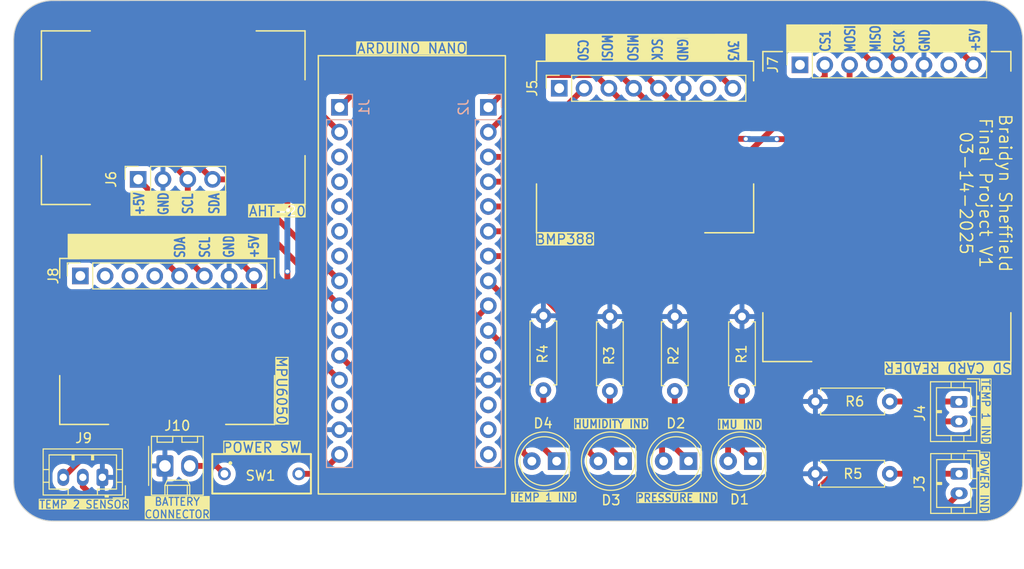
<source format=kicad_pcb>
(kicad_pcb (version 20240108) (generator "pcbnew") (generator_version "8.0")
  (title_block (date "sam. 04 avril 2015"))
  (layers (0 "F.Cu" signal) (31 "B.Cu" signal) (34 "B.Paste" user) (35 "F.Paste" user) (36 "B.SilkS" user "B.Silkscreen") (37 "F.SilkS" user "F.Silkscreen") (38 "B.Mask" user) (39 "F.Mask" user) (44 "Edge.Cuts" user))
  (net 0 "")
  (net 1 "GND")
  (net 2 "/IMU_LED")
  (net 3 "Net-(D1-K)")
  (net 4 "/PRESSURE_LED")
  (net 5 "Net-(D2-K)")
  (net 6 "Net-(D3-K)")
  (net 7 "/HUMIDITY_LED")
  (net 8 "/EXTERNAL_TEMP_LED")
  (net 9 "Net-(D4-K)")
  (net 10 "+5V")
  (net 12 "/SCK")
  (net 13 "/EXTERNAL_TEMP")
  (net 15 "/SDA")
  (net 16 "/VIN")
  (net 17 "/SCL")
  (net 18 "+3V3")
  (net 24 "/INTERNAL_TEMP_LED")
  (net 26 "/CS0")
  (net 28 "/CS1")
  (net 29 "/POWER_LED")
  (net 31 "/MOSI")
  (net 33 "/MISO")
  (net 34 "Net-(J3-Pin_1)")
  (net 35 "Net-(J4-Pin_1)")
  (net 44 "Net-(J10-Pin_2)")
  (footprint "LED_THT:LED_D5.0mm" (layer "F.Cu") (at 178.28 98.2 180)
    (property "Reference" "D3" (at 1.23 -4 0) (layer "F.SilkS"))
    (property "Value" "BLUE")
    (pad "1" thru_hole rect (at 0 0 180) (size 1.8 1.8) (drill 0.9) (layers "*.Cu" "*.Mask") (net 6 "Net-(D3-K)"))
    (pad "2" thru_hole circle (at 2.54 0 180) (size 1.8 1.8) (drill 0.9) (layers "*.Cu" "*.Mask") (net 7 "/HUMIDITY_LED"))
  )
  (footprint "Connector_JST:JST_PH_B3B-PH-K_1x03_P2.00mm_Vertical" (layer "F.Cu") (at 124.95 99.86 180)
    (property "Reference" "J9" (at 1.92 4.02 0) (layer "F.SilkS"))
    (property "Value" "EXTERNAL_TEMP_CONN")
    (pad "1" thru_hole roundrect (at 0 0 180) (size 1.2 1.75) (drill 0.75) (layers "*.Cu" "*.Mask") (roundrect_rratio 0.208333) (net 1 "GND"))
    (pad "2" thru_hole oval (at 2 0 180) (size 1.2 1.75) (drill 0.75) (layers "*.Cu" "*.Mask") (net 13 "/EXTERNAL_TEMP"))
    (pad "3" thru_hole oval (at 4 0 180) (size 1.2 1.75) (drill 0.75) (layers "*.Cu" "*.Mask") (net 10 "+5V"))
  )
  (footprint "Resistor_THT:R_Axial_DIN0207_L6.3mm_D2.5mm_P7.62mm_Horizontal" (layer "F.Cu") (at 205.6 99.49 180)
    (property "Reference" "R5" (at 3.77 -0.01 0) (layer "F.SilkS"))
    (property "Value" "330")
    (pad "1" thru_hole circle (at 0 0 180) (size 1.6 1.6) (drill 0.8) (layers "*.Cu" "*.Mask") (net 34 "Net-(J3-Pin_1)"))
    (pad "2" thru_hole oval (at 7.62 0 180) (size 1.6 1.6) (drill 0.8) (layers "*.Cu" "*.Mask") (net 1 "GND"))
  )
  (footprint "Resistor_THT:R_Axial_DIN0207_L6.3mm_D2.5mm_P7.62mm_Horizontal" (layer "F.Cu") (at 170.12 90.93 90)
    (property "Reference" "R4" (at 3.71 -0.08 90) (layer "F.SilkS"))
    (property "Value" "330")
    (pad "1" thru_hole circle (at 0 0 90) (size 1.6 1.6) (drill 0.8) (layers "*.Cu" "*.Mask") (net 9 "Net-(D4-K)"))
    (pad "2" thru_hole oval (at 7.62 0 90) (size 1.6 1.6) (drill 0.8) (layers "*.Cu" "*.Mask") (net 1 "GND"))
  )
  (footprint "Connector_PinSocket_2.54mm:PinSocket_1x04_P2.54mm_Vertical" (layer "F.Cu") (at 128.62 69.34 90)
    (property "Reference" "J6" (at 0 -2.77 90) (layer "F.SilkS"))
    (property "Value" "TEMP_HUMIDITY_CONN")
    (pad "1" thru_hole rect (at 0 0 90) (size 1.7 1.7) (drill 1) (layers "*.Cu" "*.Mask") (net 10 "+5V"))
    (pad "2" thru_hole oval (at 0 2.54 90) (size 1.7 1.7) (drill 1) (layers "*.Cu" "*.Mask") (net 1 "GND"))
    (pad "3" thru_hole oval (at 0 5.08 90) (size 1.7 1.7) (drill 1) (layers "*.Cu" "*.Mask") (net 17 "/SCL"))
    (pad "4" thru_hole oval (at 0 7.62 90) (size 1.7 1.7) (drill 1) (layers "*.Cu" "*.Mask") (net 15 "/SDA"))
  )
  (footprint "Connector_Molex:Molex_KK-254_AE-6410-02A_1x02_P2.54mm_Vertical" (layer "F.Cu") (at 131.36 98.69)
    (property "Reference" "J10" (at 1.27 -4.12 0) (layer "F.SilkS"))
    (property "Value" "BATT_CONN")
    (pad "1" thru_hole roundrect (at 0 0) (size 1.74 2.19) (drill 1.19) (layers "*.Cu" "*.Mask") (roundrect_rratio 0.143678) (net 1 "GND"))
    (pad "2" thru_hole oval (at 2.54 0) (size 1.74 2.19) (drill 1.19) (layers "*.Cu" "*.Mask") (net 44 "Net-(J10-Pin_2)"))
  )
  (footprint "Connector_PinSocket_2.54mm:PinSocket_1x08_P2.54mm_Vertical" (layer "F.Cu") (at 171.745 60.01 90)
    (property "Reference" "J5" (at 0 -2.77 90) (layer "F.SilkS"))
    (property "Value" "ALT_PRESSURE_CONN")
    (pad "1" thru_hole rect (at 0 0 90) (size 1.7 1.7) (drill 1) (layers "*.Cu" "*.Mask"))
    (pad "2" thru_hole oval (at 0 2.54 90) (size 1.7 1.7) (drill 1) (layers "*.Cu" "*.Mask") (net 26 "/CS0"))
    (pad "3" thru_hole oval (at 0 5.08 90) (size 1.7 1.7) (drill 1) (layers "*.Cu" "*.Mask") (net 31 "/MOSI"))
    (pad "4" thru_hole oval (at 0 7.62 90) (size 1.7 1.7) (drill 1) (layers "*.Cu" "*.Mask") (net 33 "/MISO"))
    (pad "5" thru_hole oval (at 0 10.16 90) (size 1.7 1.7) (drill 1) (layers "*.Cu" "*.Mask") (net 12 "/SCK"))
    (pad "6" thru_hole oval (at 0 12.7 90) (size 1.7 1.7) (drill 1) (layers "*.Cu" "*.Mask") (net 1 "GND"))
    (pad "7" thru_hole oval (at 0 15.24 90) (size 1.7 1.7) (drill 1) (layers "*.Cu" "*.Mask"))
    (pad "8" thru_hole oval (at 0 17.78 90) (size 1.7 1.7) (drill 1) (layers "*.Cu" "*.Mask") (net 18 "+3V3"))
  )
  (footprint "LED_THT:LED_D5.0mm" (layer "F.Cu") (at 191.58 98.2 180)
    (property "Reference" "D1" (at 1.37 -3.92 0) (layer "F.SilkS"))
    (property "Value" "RED")
    (pad "1" thru_hole rect (at 0 0 180) (size 1.8 1.8) (drill 0.9) (layers "*.Cu" "*.Mask") (net 3 "Net-(D1-K)"))
    (pad "2" thru_hole circle (at 2.54 0 180) (size 1.8 1.8) (drill 0.9) (layers "*.Cu" "*.Mask") (net 2 "/IMU_LED"))
  )
  (footprint "Connector_PinSocket_2.54mm:PinSocket_1x08_P2.54mm_Vertical" (layer "F.Cu") (at 122.695 79.23 90)
    (property "Reference" "J8" (at 0 -2.77 90) (layer "F.SilkS"))
    (property "Value" "IMU_CONN")
    (pad "1" thru_hole rect (at 0 0 90) (size 1.7 1.7) (drill 1) (layers "*.Cu" "*.Mask"))
    (pad "2" thru_hole oval (at 0 2.54 90) (size 1.7 1.7) (drill 1) (layers "*.Cu" "*.Mask"))
    (pad "3" thru_hole oval (at 0 5.08 90) (size 1.7 1.7) (drill 1) (layers "*.Cu" "*.Mask"))
    (pad "4" thru_hole oval (at 0 7.62 90) (size 1.7 1.7) (drill 1) (layers "*.Cu" "*.Mask"))
    (pad "5" thru_hole oval (at 0 10.16 90) (size 1.7 1.7) (drill 1) (layers "*.Cu" "*.Mask") (net 15 "/SDA"))
    (pad "6" thru_hole oval (at 0 12.7 90) (size 1.7 1.7) (drill 1) (layers "*.Cu" "*.Mask") (net 17 "/SCL"))
    (pad "7" thru_hole oval (at 0 15.24 90) (size 1.7 1.7) (drill 1) (layers "*.Cu" "*.Mask") (net 1 "GND"))
    (pad "8" thru_hole oval (at 0 17.78 90) (size 1.7 1.7) (drill 1) (layers "*.Cu" "*.Mask") (net 10 "+5V"))
  )
  (footprint "Resistor_THT:R_Axial_DIN0207_L6.3mm_D2.5mm_P7.62mm_Horizontal" (layer "F.Cu") (at 183.58 91.01 90)
    (property "Reference" "R2" (at 3.61 -0.14 90) (layer "F.SilkS"))
    (property "Value" "330")
    (pad "1" thru_hole circle (at 0 0 90) (size 1.6 1.6) (drill 0.8) (layers "*.Cu" "*.Mask") (net 5 "Net-(D2-K)"))
    (pad "2" thru_hole oval (at 7.62 0 90) (size 1.6 1.6) (drill 0.8) (layers "*.Cu" "*.Mask") (net 1 "GND"))
  )
  (footprint "Connector_JST:JST_PH_B2B-PH-K_1x02_P2.00mm_Vertical" (layer "F.Cu") (at 212.68 92.13 -90)
    (property "Reference" "J4" (at 1.16 3.99 90) (layer "F.SilkS"))
    (property "Value" "BLUE_LED_CONN")
    (pad "1" thru_hole roundrect (at 0 0 270) (size 1.2 1.75) (drill 0.75) (layers "*.Cu" "*.Mask") (roundrect_rratio 0.208333) (net 35 "Net-(J4-Pin_1)"))
    (pad "2" thru_hole oval (at 2 0 270) (size 1.2 1.75) (drill 0.75) (layers "*.Cu" "*.Mask") (net 24 "/INTERNAL_TEMP_LED"))
  )
  (footprint "Resistor_THT:R_Axial_DIN0207_L6.3mm_D2.5mm_P7.62mm_Horizontal" (layer "F.Cu") (at 205.6 92.09 180)
    (property "Reference" "R6" (at 3.59 0 0) (layer "F.SilkS"))
    (property "Value" "330")
    (pad "1" thru_hole circle (at 0 0 180) (size 1.6 1.6) (drill 0.8) (layers "*.Cu" "*.Mask") (net 35 "Net-(J4-Pin_1)"))
    (pad "2" thru_hole oval (at 7.62 0 180) (size 1.6 1.6) (drill 0.8) (layers "*.Cu" "*.Mask") (net 1 "GND"))
  )
  (footprint "Resistor_THT:R_Axial_DIN0207_L6.3mm_D2.5mm_P7.62mm_Horizontal" (layer "F.Cu") (at 190.46 91.01 90)
    (property "Reference" "R1" (at 3.77 -0.05 90) (layer "F.SilkS"))
    (property "Value" "330")
    (pad "1" thru_hole circle (at 0 0 90) (size 1.6 1.6) (drill 0.8) (layers "*.Cu" "*.Mask") (net 3 "Net-(D1-K)"))
    (pad "2" thru_hole oval (at 7.62 0 90) (size 1.6 1.6) (drill 0.8) (layers "*.Cu" "*.Mask") (net 1 "GND"))
  )
  (footprint "LED_THT:LED_D5.0mm" (layer "F.Cu") (at 184.98 98.2 180)
    (property "Reference" "D2" (at 1.29 3.87 0) (layer "F.SilkS"))
    (property "Value" "YELLOW")
    (pad "1" thru_hole rect (at 0 0 180) (size 1.8 1.8) (drill 0.9) (layers "*.Cu" "*.Mask") (net 5 "Net-(D2-K)"))
    (pad "2" thru_hole circle (at 2.54 0 180) (size 1.8 1.8) (drill 0.9) (layers "*.Cu" "*.Mask") (net 4 "/PRESSURE_LED"))
  )
  (footprint "Connector_JST:JST_PH_B2B-PH-K_1x02_P2.00mm_Vertical" (layer "F.Cu") (at 212.7 99.49 -90)
    (property "Reference" "J3" (at 1.02 4.06 90) (layer "F.SilkS"))
    (property "Value" "BLUE_LED_CONN")
    (pad "1" thru_hole roundrect (at 0 0 270) (size 1.2 1.75) (drill 0.75) (layers "*.Cu" "*.Mask") (roundrect_rratio 0.208333) (net 34 "Net-(J3-Pin_1)"))
    (pad "2" thru_hole oval (at 2 0 270) (size 1.2 1.75) (drill 0.75) (layers "*.Cu" "*.Mask") (net 29 "/POWER_LED"))
  )
  (footprint "Connector_PinSocket_2.54mm:PinSocket_1x08_P2.54mm_Vertical" (layer "F.Cu") (at 196.4 57.61 90)
    (property "Reference" "J7" (at 0 -2.77 90) (layer "F.SilkS"))
    (property "Value" "SD_CARD_CONN")
    (pad "1" thru_hole rect (at 0 0 90) (size 1.7 1.7) (drill 1) (layers "*.Cu" "*.Mask"))
    (pad "2" thru_hole oval (at 0 2.54 90) (size 1.7 1.7) (drill 1) (layers "*.Cu" "*.Mask") (net 28 "/CS1"))
    (pad "3" thru_hole oval (at 0 5.08 90) (size 1.7 1.7) (drill 1) (layers "*.Cu" "*.Mask") (net 31 "/MOSI"))
    (pad "4" thru_hole oval (at 0 7.62 90) (size 1.7 1.7) (drill 1) (layers "*.Cu" "*.Mask") (net 33 "/MISO"))
    (pad "5" thru_hole oval (at 0 10.16 90) (size 1.7 1.7) (drill 1) (layers "*.Cu" "*.Mask") (net 12 "/SCK"))
    (pad "6" thru_hole oval (at 0 12.7 90) (size 1.7 1.7) (drill 1) (layers "*.Cu" "*.Mask") (net 1 "GND"))
    (pad "7" thru_hole oval (at 0 15.24 90) (size 1.7 1.7) (drill 1) (layers "*.Cu" "*.Mask"))
    (pad "8" thru_hole oval (at 0 17.78 90) (size 1.7 1.7) (drill 1) (layers "*.Cu" "*.Mask") (net 10 "+5V"))
  )
  (footprint "Custom:Toggle_SW" (layer "F.Cu") (at 141.26 99.5 -90)
    (property "Reference" "SW1" (at 0.19 0.11 0) (layer "F.SilkS"))
    (property "Value" "BATT_SW")
    (pad "1" thru_hole circle (at 0 3.81 270) (size 1.308 1.308) (drill 0.8) (layers "*.Cu" "*.Mask") (net 44 "Net-(J10-Pin_2)"))
    (pad "2" thru_hole circle (at 0 -3.81 270) (size 1.308 1.308) (drill 0.8) (layers "*.Cu" "*.Mask") (net 16 "/VIN"))
  )
  (footprint "Resistor_THT:R_Axial_DIN0207_L6.3mm_D2.5mm_P7.62mm_Horizontal" (layer "F.Cu") (at 176.93 91.01 90)
    (property "Reference" "R3" (at 3.61 -0.08 90) (layer "F.SilkS"))
    (property "Value" "330")
    (pad "1" thru_hole circle (at 0 0 90) (size 1.6 1.6) (drill 0.8) (layers "*.Cu" "*.Mask") (net 6 "Net-(D3-K)"))
    (pad "2" thru_hole oval (at 7.62 0 90) (size 1.6 1.6) (drill 0.8) (layers "*.Cu" "*.Mask") (net 1 "GND"))
  )
  (footprint "LED_THT:LED_D5.0mm" (layer "F.Cu") (at 171.48 98.2 180)
    (property "Reference" "D4" (at 1.39 3.87 0) (layer "F.SilkS"))
    (property "Value" "GREEN")
    (pad "1" thru_hole rect (at 0 0 180) (size 1.8 1.8) (drill 0.9) (layers "*.Cu" "*.Mask") (net 9 "Net-(D4-K)"))
    (pad "2" thru_hole circle (at 2.54 0 180) (size 1.8 1.8) (drill 0.9) (layers "*.Cu" "*.Mask") (net 8 "/EXTERNAL_TEMP_LED"))
  )
  (footprint "Connector_PinHeader_2.54mm:PinHeader_1x15_P2.54mm_Vertical" (layer "B.Cu") (at 149.24 61.96 180)
    (property "Reference" "J1" (at -2.54 0 90) (layer "B.SilkS") (effects (justify mirror)))
    (property "Value" "Analog")
    (pad "1" thru_hole rect (at 0 0 180) (size 1.7 1.7) (drill 1) (layers "*.Cu" "*.Mask") (net 12 "/SCK"))
    (pad "2" thru_hole oval (at 0 -2.54 180) (size 1.7 1.7) (drill 1) (layers "*.Cu" "*.Mask") (net 18 "+3V3"))
    (pad "3" thru_hole oval (at 0 -5.08 180) (size 1.7 1.7) (drill 1) (layers "*.Cu" "*.Mask"))
    (pad "4" thru_hole oval (at 0 -7.62 180) (size 1.7 1.7) (drill 1) (layers "*.Cu" "*.Mask"))
    (pad "5" thru_hole oval (at 0 -10.16 180) (size 1.7 1.7) (drill 1) (layers "*.Cu" "*.Mask"))
    (pad "6" thru_hole oval (at 0 -12.7 180) (size 1.7 1.7) (drill 1) (layers "*.Cu" "*.Mask"))
    (pad "7" thru_hole oval (at 0 -15.24 180) (size 1.7 1.7) (drill 1) (layers "*.Cu" "*.Mask"))
    (pad "8" thru_hole oval (at 0 -17.78 180) (size 1.7 1.7) (drill 1) (layers "*.Cu" "*.Mask") (net 15 "/SDA"))
    (pad "9" thru_hole oval (at 0 -20.32 180) (size 1.7 1.7) (drill 1) (layers "*.Cu" "*.Mask") (net 17 "/SCL"))
    (pad "10" thru_hole oval (at 0 -22.86 180) (size 1.7 1.7) (drill 1) (layers "*.Cu" "*.Mask"))
    (pad "11" thru_hole oval (at 0 -25.4 180) (size 1.7 1.7) (drill 1) (layers "*.Cu" "*.Mask") (net 13 "/EXTERNAL_TEMP"))
    (pad "12" thru_hole oval (at 0 -27.94 180) (size 1.7 1.7) (drill 1) (layers "*.Cu" "*.Mask") (net 10 "+5V"))
    (pad "13" thru_hole oval (at 0 -30.48 180) (size 1.7 1.7) (drill 1) (layers "*.Cu" "*.Mask"))
    (pad "14" thru_hole oval (at 0 -33.02 180) (size 1.7 1.7) (drill 1) (layers "*.Cu" "*.Mask") (net 1 "GND"))
    (pad "15" thru_hole oval (at 0 -35.56 180) (size 1.7 1.7) (drill 1) (layers "*.Cu" "*.Mask") (net 16 "/VIN"))
  )
  (footprint "Connector_PinHeader_2.54mm:PinHeader_1x15_P2.54mm_Vertical" (layer "B.Cu") (at 164.48 61.96 180)
    (property "Reference" "J2" (at 2.54 0 90) (layer "B.SilkS") (effects (justify mirror)))
    (property "Value" "Digital")
    (pad "1" thru_hole rect (at 0 0 180) (size 1.7 1.7) (drill 1) (layers "*.Cu" "*.Mask") (net 33 "/MISO"))
    (pad "2" thru_hole oval (at 0 -2.54 180) (size 1.7 1.7) (drill 1) (layers "*.Cu" "*.Mask") (net 31 "/MOSI"))
    (pad "3" thru_hole oval (at 0 -5.08 180) (size 1.7 1.7) (drill 1) (layers "*.Cu" "*.Mask") (net 26 "/CS0"))
    (pad "4" thru_hole oval (at 0 -7.62 180) (size 1.7 1.7) (drill 1) (layers "*.Cu" "*.Mask") (net 28 "/CS1"))
    (pad "5" thru_hole oval (at 0 -10.16 180) (size 1.7 1.7) (drill 1) (layers "*.Cu" "*.Mask") (net 2 "/IMU_LED"))
    (pad "6" thru_hole oval (at 0 -12.7 180) (size 1.7 1.7) (drill 1) (layers "*.Cu" "*.Mask") (net 4 "/PRESSURE_LED"))
    (pad "7" thru_hole oval (at 0 -15.24 180) (size 1.7 1.7) (drill 1) (layers "*.Cu" "*.Mask") (net 7 "/HUMIDITY_LED"))
    (pad "8" thru_hole oval (at 0 -17.78 180) (size 1.7 1.7) (drill 1) (layers "*.Cu" "*.Mask") (net 8 "/EXTERNAL_TEMP_LED"))
    (pad "9" thru_hole oval (at 0 -20.32 180) (size 1.7 1.7) (drill 1) (layers "*.Cu" "*.Mask") (net 29 "/POWER_LED"))
    (pad "10" thru_hole oval (at 0 -22.86 180) (size 1.7 1.7) (drill 1) (layers "*.Cu" "*.Mask") (net 24 "/INTERNAL_TEMP_LED"))
    (pad "11" thru_hole oval (at 0 -25.4 180) (size 1.7 1.7) (drill 1) (layers "*.Cu" "*.Mask"))
    (pad "12" thru_hole oval (at 0 -27.94 180) (size 1.7 1.7) (drill 1) (layers "*.Cu" "*.Mask") (net 1 "GND"))
    (pad "13" thru_hole oval (at 0 -30.48 180) (size 1.7 1.7) (drill 1) (layers "*.Cu" "*.Mask"))
    (pad "14" thru_hole oval (at 0 -33.02 180) (size 1.7 1.7) (drill 1) (layers "*.Cu" "*.Mask"))
    (pad "15" thru_hole oval (at 0 -35.56 180) (size 1.7 1.7) (drill 1) (layers "*.Cu" "*.Mask"))
  )
  (gr_rect (start 131.8 72.9) (end 137.57 73) (stroke (width 0.15)) (fill none) (layer "F.SilkS"))
  (gr_rect (start 204.775 53.555) (end 209.815 53.955) (stroke (width 0.15)) (fill solid) (layer "F.SilkS"))
  (gr_rect (start 177.405 54.59) (end 178.565 57.14) (stroke (width 0.15)) (fill solid) (layer "F.SilkS"))
  (gr_line (start 118.71 54.135) (end 123.71 54.135) (stroke (width 0.15)) (layer "F.SilkS"))
  (gr_line (start 145.71 71.915) (end 145.71 66.915) (stroke (width 0.15)) (layer "F.SilkS"))
  (gr_rect (start 131.9 70.74) (end 132.9 72.78) (stroke (width 0.15)) (fill solid) (layer "F.SilkS"))
  (gr_rect (start 138.575 75.18) (end 139.785 77.37) (stroke (width 0.15)) (fill solid) (layer "F.SilkS"))
  (gr_rect (start 136.105 75.15) (end 137.165 77.32) (stroke (width 0.15)) (fill solid) (layer "F.SilkS"))
  (gr_rect (start 127.9 73) (end 129.4 73) (stroke (width 0.15)) (fill none) (layer "F.SilkS"))
  (gr_line (start 120.585 77.44) (end 122.585 77.44) (stroke (width 0.15)) (layer "F.SilkS"))
  (gr_line (start 118.71 54.135) (end 118.71 59.135) (stroke (width 0.15)) (layer "F.SilkS"))
  (gr_line (start 192.6 56.25) (end 192.6 58.25) (stroke (width 0.15)) (layer "F.SilkS"))
  (gr_rect (start 204.775 53.955) (end 205.855 56.235) (stroke (width 0.15)) (fill solid) (layer "F.SilkS"))
  (gr_rect (start 129.36 70.67) (end 130.41 72.9) (stroke (width 0.15)) (fill solid) (layer "F.SilkS"))
  (gr_line (start 173.505 54.52) (end 190.905 54.51) (stroke (width 0.15)) (layer "F.SilkS"))
  (gr_line (start 192.6 88) (end 192.6 83) (stroke (width 0.15)) (layer "F.SilkS"))
  (gr_line (start 169.415 74.81) (end 174.415 74.81) (stroke (width 0.15)) (layer "F.SilkS"))
  (gr_line (start 191.655 57.24) (end 189.655 57.24) (stroke (width 0.15)) (layer "F.SilkS"))
  (gr_rect (start 121.485 75.01) (end 132.135 77.44) (stroke (width 0.15)) (fill solid) (layer "F.SilkS"))
  (gr_rect (start 209.795 53.835) (end 213.585 56.215) (stroke (width 0.15)) (fill solid) (layer "F.SilkS"))
  (gr_rect (start 209.815 53.545) (end 215.51 53.55) (stroke (width 0.15)) (fill none) (layer "F.SilkS"))
  (gr_rect (start 205.785 53.545) (end 209.815 53.555) (stroke (width 0.15)) (fill none) (layer "F.SilkS"))
  (gr_line (start 120.585 77.44) (end 120.585 79.44) (stroke (width 0.15)) (layer "F.SilkS"))
  (gr_rect (start 129.4 73) (end 131.8 73) (stroke (width 0.15)) (fill none) (layer "F.SilkS"))
  (gr_rect (start 190.325 54.52) (end 190.905 57.22) (stroke (width 0.15)) (fill solid) (layer "F.SilkS"))
  (gr_line (start 145.71 54.135) (end 140.71 54.135) (stroke (width 0.15)) (layer "F.SilkS"))
  (gr_rect (start 199.645 53.545) (end 200.735 56.225) (stroke (width 0.15)) (fill solid) (layer "F.SilkS"))
  (gr_rect (start 173.595 54.6) (end 174.885 54.97) (stroke (width 0.15)) (fill solid) (layer "F.SilkS"))
  (gr_line (start 218 56.25) (end 218 58.25) (stroke (width 0.15)) (layer "F.SilkS"))
  (gr_line (start 142.585 77.44) (end 142.585 79.44) (stroke (width 0.15)) (layer "F.SilkS"))
  (gr_line (start 142.585 94.44) (end 137.585 94.44) (stroke (width 0.15)) (layer "F.SilkS"))
  (gr_line (start 192.6 88) (end 197.6 88) (stroke (width 0.15)) (layer "F.SilkS"))
  (gr_line (start 191.655 57.24) (end 191.655 59.24) (stroke (width 0.15)) (layer "F.SilkS"))
  (gr_rect (start 207.295 53.955) (end 208.385 56.165) (stroke (width 0.15)) (fill solid) (layer "F.SilkS"))
  (gr_rect (start 121.485 74.99) (end 141.795 77.44) (stroke (width 0.15)) (fill none) (layer "F.SilkS"))
  (gr_line (start 218 56.25) (end 216 56.25) (stroke (width 0.15)) (layer "F.SilkS"))
  (gr_line (start 191.655 74.81) (end 191.655 69.81) (stroke (width 0.15)) (layer "F.SilkS"))
  (gr_line (start 190.905 54.51) (end 190.905 57.22) (stroke (width 0.15)) (layer "F.SilkS"))
  (gr_rect (start 132.135 75.01) (end 139.805 75.1) (stroke (width 0.15)) (fill none) (layer "F.SilkS"))
  (gr_line (start 145.71 71.915) (end 140.71 71.915) (stroke (width 0.15)) (layer "F.SilkS"))
  (gr_rect (start 137.1 70.67) (end 137.57 72.9) (stroke (width 0.15)) (fill solid) (layer "F.SilkS"))
  (gr_rect (start 185.085 55.23) (end 188.885 57.1) (stroke (width 0.15)) (fill solid) (layer "F.SilkS"))
  (gr_rect (start 185.035 54.52) (end 190.325 55.12) (stroke (width 0.15)) (fill solid) (layer "F.SilkS"))
  (gr_rect (start 195.07 53.545) (end 198.255 56.28) (stroke (width 0.15)) (fill solid) (layer "F.SilkS"))
  (gr_rect (start 209.815 53.55) (end 215.51 53.815) (stroke (width 0.15)) (fill solid) (layer "F.SilkS"))
  (gr_line (start 142.585 77.44) (end 140.585 77.44) (stroke (width 0.15)) (layer "F.SilkS"))
  (gr_rect (start 200.735 53.545) (end 205.785 53.555) (stroke (width 0.15)) (fill none) (layer "F.SilkS"))
  (gr_rect (start 170.415 54.52) (end 173.505 57.24) (stroke (width 0.15)) (fill solid) (layer "F.SilkS"))
  (gr_line (start 118.71 71.915) (end 123.71 71.915) (stroke (width 0.15)) (layer "F.SilkS"))
  (gr_rect (start 127.9 70.6) (end 127.9 73) (stroke (width 0.15)) (fill none) (layer "F.SilkS"))
  (gr_rect (start 127.9 70.58) (end 130.29 70.6) (stroke (width 0.15)) (fill none) (layer "F.SilkS"))
  (gr_rect (start 198.335 53.545) (end 199.645 54.045) (stroke (width 0.15)) (fill solid) (layer "F.SilkS"))
  (gr_line (start 118.71 71.915) (end 118.71 66.915) (stroke (width 0.15)) (layer "F.SilkS"))
  (gr_line (start 142.585 94.44) (end 142.585 89.44) (stroke (width 0.15)) (layer "F.SilkS"))
  (gr_line (start 145.71 54.135) (end 145.71 59.135) (stroke (width 0.15)) (layer "F.SilkS"))
  (gr_rect (start 135.7 72.9) (end 137.1 72.9) (stroke (width 0.15)) (fill none) (layer "F.SilkS"))
  (gr_rect (start 141.125 75.07) (end 141.795 77.44) (stroke (width 0.15)) (fill solid) (layer "F.SilkS"))
  (gr_line (start 189.655 57.24) (end 171.415 57.24) (stroke (width 0.15)) (layer "F.SilkS"))
  (gr_rect (start 130.29 70.58) (end 137.57 70.67) (stroke (width 0.15)) (fill none) (layer "F.SilkS"))
  (gr_line (start 191.655 74.81) (end 186.655 74.81) (stroke (width 0.15)) (layer "F.SilkS"))
  (gr_rect (start 180.025 54.89) (end 181.065 57.1) (stroke (width 0.15)) (fill solid) (layer "F.SilkS"))
  (gr_line (start 218 88) (end 218 83) (stroke (width 0.15)) (layer "F.SilkS"))
  (gr_line (start 218 88) (end 213 88) (stroke (width 0.15)) (layer "F.SilkS"))
  (gr_line (start 169.415 74.81) (end 169.415 69.81) (stroke (width 0.15)) (layer "F.SilkS"))
  (gr_line (start 192.6 56.25) (end 194.6 56.25) (stroke (width 0.15)) (layer "F.SilkS"))
  (gr_rect (start 179.965 54.54) (end 185.035 54.82) (stroke (width 0.15)) (fill solid) (layer "F.SilkS"))
  (gr_rect (start 174.885 54.6) (end 176.015 57.1) (stroke (width 0.15)) (fill solid) (layer "F.SilkS"))
  (gr_line (start 169.415 57.24) (end 171.415 57.24) (stroke (width 0.15)) (layer "F.SilkS"))
  (gr_rect (start 202.195 53.625) (end 203.345 56.215) (stroke (width 0.15)) (fill solid) (layer "F.SilkS"))
  (gr_rect (start 182.525 54.88) (end 183.695 57.12) (stroke (width 0.15)) (fill solid) (layer "F.SilkS"))
  (gr_rect (start 133.555 75.18) (end 134.655 77.38) (stroke (width 0.15)) (fill solid) (layer "F.SilkS"))
  (gr_line (start 120.585 94.44) (end 120.585 89.44) (stroke (width 0.15)) (layer "F.SilkS"))
  (gr_rect (start 134.4 70.7) (end 135.7 72.9) (stroke (width 0.15)) (fill solid) (layer "F.SilkS"))
  (gr_rect (start 215.025 53.815) (end 215.5 56.23) (stroke (width 0.15)) (fill solid) (layer "F.SilkS"))
  (gr_line (start 169.415 57.24) (end 169.415 59.24) (stroke (width 0.15)) (layer "F.SilkS"))
  (gr_rect (start 147.07 56.67) (end 166.23 101.56) (stroke (width 0.15)) (fill none) (layer "F.SilkS"))
  (gr_line (start 120.585 94.44) (end 125.585 94.44) (stroke (width 0.15)) (layer "F.SilkS"))
  (gr_arc (start 119.86 104.34) (mid 117.031573 103.168427) (end 115.86 100.34) (stroke (width 0.1)) (layer "Edge.Cuts"))
  (gr_line (start 219.21 55.02) (end 219.21 100.34) (stroke (width 0.1)) (layer "Edge.Cuts"))
  (gr_arc (start 115.86 55.02) (mid 117.031573 52.191573) (end 119.86 51.02) (stroke (width 0.1)) (layer "Edge.Cuts"))
  (gr_arc (start 219.21 100.34) (mid 218.038427 103.168427) (end 215.21 104.34) (stroke (width 0.1)) (layer "Edge.Cuts"))
  (gr_arc (start 215.21 51.02) (mid 218.038427 52.191573) (end 219.21 55.02) (stroke (width 0.1)) (layer "Edge.Cuts"))
  (gr_line (start 215.21 104.34) (end 119.86 104.34) (stroke (width 0.1)) (layer "Edge.Cuts"))
  (gr_line (start 115.86 100.34) (end 115.86 55.02) (stroke (width 0.1)) (layer "Edge.Cuts"))
  (gr_line (start 119.86 51.02) (end 215.21 51.02) (stroke (width 0.1)) (layer "Edge.Cuts"))
  (gr_text "Braidyn Sheffield\nFinal Project V1\n03-14-2025" (at 212.67 70.74 270) (layer "F.SilkS") (effects (font (size 1.25 1.25)) (justify bottom)))
  (gr_text "IMU IND" (at 187.89 94.93 0) (layer "F.SilkS" knockout) (effects (font (size 0.8 0.75)) (justify left bottom)))
  (gr_text "MPU6050\n" (at 142.72 87.37 -90) (layer "F.SilkS" knockout) (effects (font (size 1 1)) (justify left bottom)))
  (gr_text "SD CARD READER" (at 218.16 88.05 180) (layer "F.SilkS" knockout) (effects (font (size 1 1)) (justify left bottom)))
  (gr_text "+5V" (at 129.3 73.1 90) (layer "F.SilkS" knockout) (effects (font (size 1 0.75) (thickness 0.1875) (bold yes)) (justify left bottom)))
  (gr_text "SCL" (at 136.035 77.46 90) (layer "F.SilkS" knockout) (effects (font (size 1 0.75) (thickness 0.1875) (bold yes)) (justify left bottom)))
  (gr_text "3V3" (at 188.955 55.01 -90) (layer "F.SilkS" knockout) (effects (font (size 1 0.75) (thickness 0.1875) (bold yes)) (justify left bottom)))
  (gr_text "PRESSURE IND" (at 179.54 102.44 0) (layer "F.SilkS" knockout) (effects (font (size 0.8 0.75)) (justify left bottom)))
  (gr_text "TEMP 1 IND" (at 166.8 102.38 0) (layer "F.SilkS" knockout) (effects (font (size 0.8 0.75) (thickness 0.125)) (justify left bottom)))
  (gr_text "+5V" (at 141.045 77.5 90) (layer "F.SilkS" knockout) (effects (font (size 1 0.75) (thickness 0.1875) (bold yes)) (justify left bottom)))
  (gr_text "BATTERY\nCONNECTOR" (at 132.62 104.11 0) (layer "F.SilkS" knockout) (effects (font (size 0.8 0.75) (thickness 0.125)) (justify bottom)))
  (gr_text "GND" (at 131.8 73.1 90) (layer "F.SilkS" knockout) (effects (font (size 1 0.75) (thickness 0.1875) (bold yes)) (justify left bottom)))
  (gr_text "TEMP 1 IND" (at 214.96 89.72 270) (layer "F.SilkS" knockout) (effects (font (size 0.8 0.75) (thickness 0.125)) (justify left bottom)))
  (gr_text "MOSI" (at 202.125 56.395 90) (layer "F.SilkS" knockout) (effects (font (size 1 0.75) (thickness 0.1875) (bold yes)) (justify left bottom)))
  (gr_text "TEMP 2 SENSOR" (at 118.43 103.11 0) (layer "F.SilkS" knockout) (effects (font (size 0.8 0.75) (thickness 0.125)) (justify left bottom)))
  (gr_text "CS1" (at 199.595 56.375 90) (layer "F.SilkS" knockout) (effects (font (size 1 0.75) (thickness 0.1875) (bold yes)) (justify left bottom)))
  (gr_text "HUMIDITY IND" (at 173.16 94.87 0) (layer "F.SilkS" knockout) (effects (font (size 0.8 0.75)) (justify left bottom)))
  (gr_text "CS0" (at 173.555 54.91 -90) (layer "F.SilkS" knockout) (effects (font (size 1 0.75) (thickness 0.1875) (bold yes)) (justify left bottom)))
  (gr_text "+5V" (at 214.905 56.355 90) (layer "F.SilkS" knockout) (effects (font (size 1 0.75) (thickness 0.1875) (bold yes)) (justify left bottom)))
  (gr_text "POWER SW" (at 137.18 97.41 0) (layer "F.SilkS" knockout) (effects (font (size 1 1)) (justify left bottom)))
  (gr_text "SCK" (at 181.145 54.82 -90) (layer "F.SilkS" knockout) (effects (font (size 1 0.75) (thickness 0.1875) (bold yes)) (justify left bottom)))
  (gr_text "POWER IND" (at 214.81 97.13 270) (layer "F.SilkS" knockout) (effects (font (size 0.8 0.75) (thickness 0.125)) (justify left bottom)))
  (gr_text "GND" (at 138.505 77.47 90) (layer "F.SilkS" knockout) (effects (font (size 1 0.75) (thickness 0.1875) (bold yes)) (justify left bottom)))
  (gr_text "MOSI" (at 176.035 54.41 -90) (layer "F.SilkS" knockout) (effects (font (size 1 0.75) (thickness 0.1875) (bold yes)) (justify left bottom)))
  (gr_text "SCL" (at 134.3 73 90) (layer "F.SilkS" knockout) (effects (font (size 1 0.75) (thickness 0.1875) (bold yes)) (justify left bottom)))
  (gr_text "MISO\n" (at 204.725 56.425 90) (layer "F.SilkS" knockout) (effects (font (size 1 0.75) (thickness 0.1875) (bold yes)) (justify left bottom)))
  (gr_text "ARDUINO NANO" (at 150.94 56.52 0) (layer "F.SilkS" knockout) (effects (font (size 1 1)) (justify left bottom)))
  (gr_text "GND" (at 209.755 56.395 90) (layer "F.SilkS" knockout) (effects (font (size 1 0.75) (thickness 0.1875) (bold yes)) (justify left bottom)))
  (gr_text "MISO\n" (at 178.655 54.38 -90) (layer "F.SilkS" knockout) (effects (font (size 1 0.75) (thickness 0.1875) (bold yes)) (justify left bottom)))
  (gr_text "SCK" (at 207.165 56.405 90) (layer "F.SilkS" knockout) (effects (font (size 1 0.75) (thickness 0.1875) (bold yes)) (justify left bottom)))
  (gr_text "SDA" (at 137 73 90) (layer "F.SilkS" knockout) (effects (font (size 1 0.75) (thickness 0.1875) (bold yes)) (justify left bottom)))
  (gr_text "SDA" (at 133.485 77.48 90) (layer "F.SilkS" knockout) (effects (font (size 1 0.75) (thickness 0.1875) (bold yes)) (justify left bottom)))
  (gr_text "BMP388" (at 169.22 76.06 0) (layer "F.SilkS" knockout) (effects (font (size 1 1)) (justify left bottom)))
  (gr_text "AHT-20\n" (at 139.87 73.19 0) (layer "F.SilkS" knockout) (effects (font (size 1 1)) (justify left bottom)))
  (gr_text "GND" (at 183.755 54.84 -90) (layer "F.SilkS" knockout) (effects (font (size 1 0.75) (thickness 0.1875) (bold yes)) (justify left bottom)))
  (segment (start 186.64 81.86) (end 176.9 72.12) (width 0.6) (layer "F.Cu") (net 2))
  (segment (start 176.9 72.12) (end 164.48 72.12) (width 0.6) (layer "F.Cu") (net 2))
  (segment (start 186.64 91.62) (end 186.64 81.86) (width 0.6) (layer "F.Cu") (net 2))
  (segment (start 189.04 94.02) (end 186.64 91.62) (width 0.6) (layer "F.Cu") (net 2))
  (segment (start 189.04 98.2) (end 189.04 94.02) (width 0.6) (layer "F.Cu") (net 2))
  (segment (start 190.46 91.01) (end 190.46 97.08) (width 0.6) (layer "F.Cu") (net 3))
  (segment (start 190.46 97.08) (end 191.58 98.2) (width 0.6) (layer "F.Cu") (net 3))
  (segment (start 182.28 98.04) (end 182.28 93.22) (width 0.6) (layer "F.Cu") (net 4))
  (segment (start 172.89 74.66) (end 164.48 74.66) (width 0.6) (layer "F.Cu") (net 4))
  (segment (start 182.28 93.22) (end 179.56 90.5) (width 0.6) (layer "F.Cu") (net 4))
  (segment (start 179.56 90.5) (end 179.56 81.33) (width 0.6) (layer "F.Cu") (net 4))
  (segment (start 179.56 81.33) (end 172.89 74.66) (width 0.6) (layer "F.Cu") (net 4))
  (segment (start 183.58 91.01) (end 183.58 96.8) (width 0.6) (layer "F.Cu") (net 5))
  (segment (start 183.58 96.8) (end 184.98 98.2) (width 0.6) (layer "F.Cu") (net 5))
  (segment (start 176.93 96.85) (end 178.28 98.2) (width 0.6) (layer "F.Cu") (net 6))
  (segment (start 176.93 91.01) (end 176.93 96.85) (width 0.6) (layer "F.Cu") (net 6))
  (segment (start 175.74 98.2) (end 174.84 97.3) (width 0.6) (layer "F.Cu") (net 7))
  (segment (start 165.97 77.2) (end 164.48 77.2) (width 0.6) (layer "F.Cu") (net 7))
  (segment (start 174.84 86.07) (end 165.97 77.2) (width 0.6) (layer "F.Cu") (net 7))
  (segment (start 174.84 97.3) (end 174.84 86.07) (width 0.6) (layer "F.Cu") (net 7))
  (segment (start 168.94 98.2) (end 168.04 97.3) (width 0.6) (layer "F.Cu") (net 8))
  (segment (start 168.04 97.3) (end 168.04 83.3) (width 0.6) (layer "F.Cu") (net 8))
  (segment (start 168.04 83.3) (end 164.48 79.74) (width 0.6) (layer "F.Cu") (net 8))
  (segment (start 170.12 90.93) (end 170.12 96.84) (width 0.6) (layer "F.Cu") (net 9))
  (segment (start 170.12 96.84) (end 171.48 98.2) (width 0.6) (layer "F.Cu") (net 9))
  (segment (start 214.18 57.61) (end 208.91 52.34) (width 0.6) (layer "F.Cu") (net 10))
  (segment (start 136.615 84.195) (end 143.535 84.195) (width 0.6) (layer "F.Cu") (net 10))
  (segment (start 143.9 78.77) (end 143.9 84.56) (width 0.6) (layer "F.Cu") (net 10))
  (segment (start 143.9 54.55) (end 143.9 72.42) (width 0.6) (layer "F.Cu") (net 10))
  (segment (start 143.9 72.42) (end 143.97 72.49) (width 0.6) (layer "F.Cu") (net 10))
  (segment (start 136.04 76.76) (end 138.005 76.76) (width 0.6) (layer "F.Cu") (net 10))
  (segment (start 143.9 84.56) (end 144.305 84.965) (width 0.6) (layer "F.Cu") (net 10))
  (segment (start 208.91 52.34) (end 146.11 52.34) (width 0.6) (layer "F.Cu") (net 10))
  (segment (start 138.005 76.76) (end 140.475 79.23) (width 0.6) (layer "F.Cu") (net 10))
  (segment (start 128.62 69.34) (end 136.04 76.76) (width 0.6) (layer "F.Cu") (net 10))
  (segment (start 140.475 81.135) (end 143.535 84.195) (width 0.6) (layer "F.Cu") (net 10))
  (segment (start 143.535 84.195) (end 144.305 84.965) (width 0.6) (layer "F.Cu") (net 10))
  (segment (start 120.95 99.86) (end 136.615 84.195) (width 0.6) (layer "F.Cu") (net 10))
  (segment (start 140.475 79.23) (end 140.475 81.135) (width 0.6) (layer "F.Cu") (net 10))
  (segment (start 144.305 84.965) (end 149.24 89.9) (width 0.6) (layer "F.Cu") (net 10))
  (segment (start 146.11 52.34) (end 143.9 54.55) (width 0.6) (layer "F.Cu") (net 10))
  (via (at 143.9 78.77) (size 0.6) (drill 0.4) (layers "F.Cu" "B.Cu") (net 10))
  (via (at 143.97 72.49) (size 0.6) (drill 0.4) (layers "F.Cu" "B.Cu") (net 10))
  (segment (start 143.97 72.49) (end 143.97 72.81) (width 0.6) (layer "B.Cu") (net 10))
  (segment (start 143.9 72.88) (end 143.9 78.77) (width 0.6) (layer "B.Cu") (net 10))
  (segment (start 143.97 72.81) (end 143.9 72.88) (width 0.6) (layer "B.Cu") (net 10))
  (segment (start 177.315 55.42) (end 155.78 55.42) (width 0.6) (layer "F.Cu") (net 12))
  (segment (start 191.04 62.93) (end 184.825 62.93) (width 0.6) (layer "F.Cu") (net 12))
  (segment (start 155.78 55.42) (end 149.24 61.96) (width 0.6) (layer "F.Cu") (net 12))
  (segment (start 202.93 53.98) (end 195 53.98) (width 0.6) (layer "F.Cu") (net 12))
  (segment (start 195 53.98) (end 192.89 56.09) (width 0.6) (layer "F.Cu") (net 12))
  (segment (start 192.89 56.09) (end 192.89 61.18) (width 0.6) (layer "F.Cu") (net 12))
  (segment (start 192.89 61.18) (end 192.79 61.18) (width 0.6) (layer "F.Cu") (net 12))
  (segment (start 184.825 62.93) (end 181.905 60.01) (width 0.6) (layer "F.Cu") (net 12))
  (segment (start 206.56 57.61) (end 202.93 53.98) (width 0.6) (layer "F.Cu") (net 12))
  (segment (start 192.79 61.18) (end 191.04 62.93) (width 0.6) (layer "F.Cu") (net 12))
  (segment (start 181.905 60.01) (end 177.315 55.42) (width 0.6) (layer "F.Cu") (net 12))
  (segment (start 152.3 100.57) (end 150.19 102.68) (width 0.6) (layer "F.Cu") (net 13))
  (segment (start 150.19 102.68) (end 124.845 102.68) (width 0.6) (layer "F.Cu") (net 13))
  (segment (start 152.3 90.42) (end 152.3 100.57) (width 0.6) (layer "F.Cu") (net 13))
  (segment (start 149.24 87.36) (end 152.3 90.42) (width 0.6) (layer "F.Cu") (net 13))
  (segment (start 124.845 102.68) (end 122.95 100.785) (width 0.6) (layer "F.Cu") (net 13))
  (segment (start 122.95 100.785) (end 122.95 99.86) (width 0.6) (layer "F.Cu") (net 13))
  (segment (start 127.37 64.74) (end 131.64 64.74) (width 0.6) (layer "F.Cu") (net 15))
  (segment (start 136.24 69.34) (end 138.84 69.34) (width 0.6) (layer "F.Cu") (net 15))
  (segment (start 131.64 64.74) (end 136.24 69.34) (width 0.6) (layer "F.Cu") (net 15))
  (segment (start 124.36 67.75) (end 127.37 64.74) (width 0.6) (layer "F.Cu") (net 15))
  (segment (start 132.855 79.23) (end 130.515 76.89) (width 0.6) (layer "F.Cu") (net 15))
  (segment (start 138.84 69.34) (end 149.24 79.74) (width 0.6) (layer "F.Cu") (net 15))
  (segment (start 128.28 76.89) (end 124.36 72.97) (width 0.6) (layer "F.Cu") (net 15))
  (segment (start 130.515 76.89) (end 128.28 76.89) (width 0.6) (layer "F.Cu") (net 15))
  (segment (start 124.36 72.97) (end 124.36 67.75) (width 0.6) (layer "F.Cu") (net 15))
  (segment (start 145.07 99.5) (end 147.26 99.5) (width 0.6) (layer "F.Cu") (net 16))
  (segment (start 147.26 99.5) (end 149.24 97.52) (width 0.6) (layer "F.Cu") (net 16))
  (segment (start 126.05 72.17) (end 126.05 68.75) (width 0.6) (layer "F.Cu") (net 17))
  (segment (start 137.98 75.57) (end 133.7 71.29) (width 0.6) (layer "F.Cu") (net 17))
  (segment (start 133.7 69.34) (end 130.97 66.61) (width 0.6) (layer "F.Cu") (net 17))
  (segment (start 129.45 75.57) (end 126.05 72.17) (width 0.6) (layer "F.Cu") (net 17))
  (segment (start 126.05 68.75) (end 128.19 66.61) (width 0.6) (layer "F.Cu") (net 17))
  (segment (start 149.24 82.28) (end 142.53 75.57) (width 0.6) (layer "F.Cu") (net 17))
  (segment (start 142.53 75.57) (end 137.98 75.57) (width 0.6) (layer "F.Cu") (net 17))
  (segment (start 131.735 75.57) (end 129.45 75.57) (width 0.6) (layer "F.Cu") (net 17))
  (segment (start 130.97 66.61) (end 128.19 66.61) (width 0.6) (layer "F.Cu") (net 17))
  (segment (start 133.7 71.29) (end 133.7 69.34) (width 0.6) (layer "F.Cu") (net 17))
  (segment (start 135.395 79.23) (end 131.735 75.57) (width 0.6) (layer "F.Cu") (net 17))
  (segment (start 150.52 53.93) (end 146.33 58.12) (width 0.6) (layer "F.Cu") (net 18))
  (segment (start 189.525 60.01) (end 183.445 53.93) (width 0.6) (layer "F.Cu") (net 18))
  (segment (start 146.33 61.59) (end 149.24 64.5) (width 0.6) (layer "F.Cu") (net 18))
  (segment (start 146.33 58.12) (end 146.33 61.59) (width 0.6) (layer "F.Cu") (net 18))
  (segment (start 183.445 53.93) (end 150.52 53.93) (width 0.6) (layer "F.Cu") (net 18))
  (segment (start 205.178478 94.13) (end 197.328478 101.98) (width 0.6) (layer "F.Cu") (net 24))
  (segment (start 166.78 87.12) (end 164.48 84.82) (width 0.6) (layer "F.Cu") (net 24))
  (segment (start 166.78 99.64) (end 166.78 87.12) (width 0.6) (layer "F.Cu") (net 24))
  (segment (start 197.328478 101.98) (end 169.12 101.98) (width 0.6) (layer "F.Cu") (net 24))
  (segment (start 169.12 101.98) (end 166.78 99.64) (width 0.6) (layer "F.Cu") (net 24))
  (segment (start 212.68 94.13) (end 205.178478 94.13) (width 0.6) (layer "F.Cu") (net 24))
  (segment (start 167.255 67.04) (end 164.48 67.04) (width 0.6) (layer "F.Cu") (net 26))
  (segment (start 174.285 60.01) (end 167.255 67.04) (width 0.6) (layer "F.Cu") (net 26))
  (segment (start 164.48 69.58) (end 178.87 69.58) (width 0.6) (layer "F.Cu") (net 28))
  (segment (start 178.87 69.58) (end 181.91 66.54) (width 0.6) (layer "F.Cu") (net 28))
  (segment (start 198.94 58.812081) (end 198.94 57.61) (width 0.6) (layer "F.Cu") (net 28))
  (segment (start 181.91 66.54) (end 191.212081 66.54) (width 0.6) (layer "F.Cu") (net 28))
  (segment (start 191.212081 66.54) (end 198.94 58.812081) (width 0.6) (layer "F.Cu") (net 28))
  (segment (start 164.2 103.55) (end 159.86 99.21) (width 0.6) (layer "F.Cu") (net 29))
  (segment (start 159.86 86.9) (end 164.48 82.28) (width 0.6) (layer "F.Cu") (net 29))
  (segment (start 210.64 103.55) (end 164.2 103.55) (width 0.6) (layer "F.Cu") (net 29))
  (segment (start 159.86 99.21) (end 159.86 86.9) (width 0.6) (layer "F.Cu") (net 29))
  (segment (start 212.7 101.49) (end 210.64 103.55) (width 0.6) (layer "F.Cu") (net 29))
  (segment (start 195.51 65.22) (end 201.48 59.25) (width 0.6) (layer "F.Cu") (net 31))
  (segment (start 175.475 58.66) (end 170.32 58.66) (width 0.6) (layer "F.Cu") (net 31))
  (segment (start 182.005 65.19) (end 190.85 65.19) (width 0.6) (layer "F.Cu") (net 31))
  (segment (start 201.48 59.25) (end 201.48 57.61) (width 0.6) (layer "F.Cu") (net 31))
  (segment (start 194.02 65.22) (end 195.51 65.22) (width 0.6) (layer "F.Cu") (net 31))
  (segment (start 176.825 60.01) (end 182.005 65.19) (width 0.6) (layer "F.Cu") (net 31))
  (segment (start 170.32 58.66) (end 164.48 64.5) (width 0.6) (layer "F.Cu") (net 31))
  (segment (start 176.825 60.01) (end 175.475 58.66) (width 0.6) (layer "F.Cu") (net 31))
  (segment (start 190.85 65.19) (end 190.86 65.2) (width 0.6) (layer "F.Cu") (net 31))
  (via (at 190.86 65.2) (size 0.6) (drill 0.4) (layers "F.Cu" "B.Cu") (net 31))
  (via (at 194.02 65.22) (size 0.6) (drill 0.4) (layers "F.Cu" "B.Cu") (net 31))
  (segment (start 191.19 65.2) (end 191.21 65.22) (width 0.6) (layer "B.Cu") (net 31))
  (segment (start 191.21 65.22) (end 194.02 65.22) (width 0.6) (layer "B.Cu") (net 31))
  (segment (start 190.86 65.2) (end 191.19 65.2) (width 0.6) (layer "B.Cu") (net 31))
  (segment (start 194.18 56.91) (end 194.18 61.46) (width 0.6) (layer "F.Cu") (net 33))
  (segment (start 176.295 56.94) (end 169.5 56.94) (width 0.6) (layer "F.Cu") (net 33))
  (segment (start 191.67 63.97) (end 183.325 63.97) (width 0.6) (layer "F.Cu") (net 33))
  (segment (start 194.18 61.46) (end 191.67 63.97) (width 0.6) (layer "F.Cu") (net 33))
  (segment (start 204.02 57.61) (end 201.78 55.37) (width 0.6) (layer "F.Cu") (net 33))
  (segment (start 201.78 55.37) (end 195.72 55.37) (width 0.6) (layer "F.Cu") (net 33))
  (segment (start 195.72 55.37) (end 194.18 56.91) (width 0.6) (layer "F.Cu") (net 33))
  (segment (start 183.325 63.97) (end 179.365 60.01) (width 0.6) (layer "F.Cu") (net 33))
  (segment (start 169.5 56.94) (end 164.48 61.96) (width 0.6) (layer "F.Cu") (net 33))
  (segment (start 179.365 60.01) (end 176.295 56.94) (width 0.6) (layer "F.Cu") (net 33))
  (segment (start 205.6 99.49) (end 212.7 99.49) (width 0.6) (layer "F.Cu") (net 34))
  (segment (start 205.6 92.09) (end 212.64 92.09) (width 0.6) (layer "F.Cu") (net 35))
  (segment (start 136.64 98.69) (end 137.45 99.5) (width 0.6) (layer "F.Cu") (net 44))
  (segment (start 133.9 98.69) (end 136.64 98.69) (width 0.6) (layer "F.Cu") (net 44))
  (zone (net 1) (net_name "GND") (layer "B.Cu") (connect_pads (clearance 0.508)) (min_thickness 0.25) (fill yes (thermal_gap 0.5) (thermal_bridge_width 0.5))
    (polygon (pts (xy 115.77 51.08) (xy 219.35 51.03) (xy 219.2 104.33) (xy 115.84 104.48) (xy 115.78 51.08)))
  )
)
</source>
